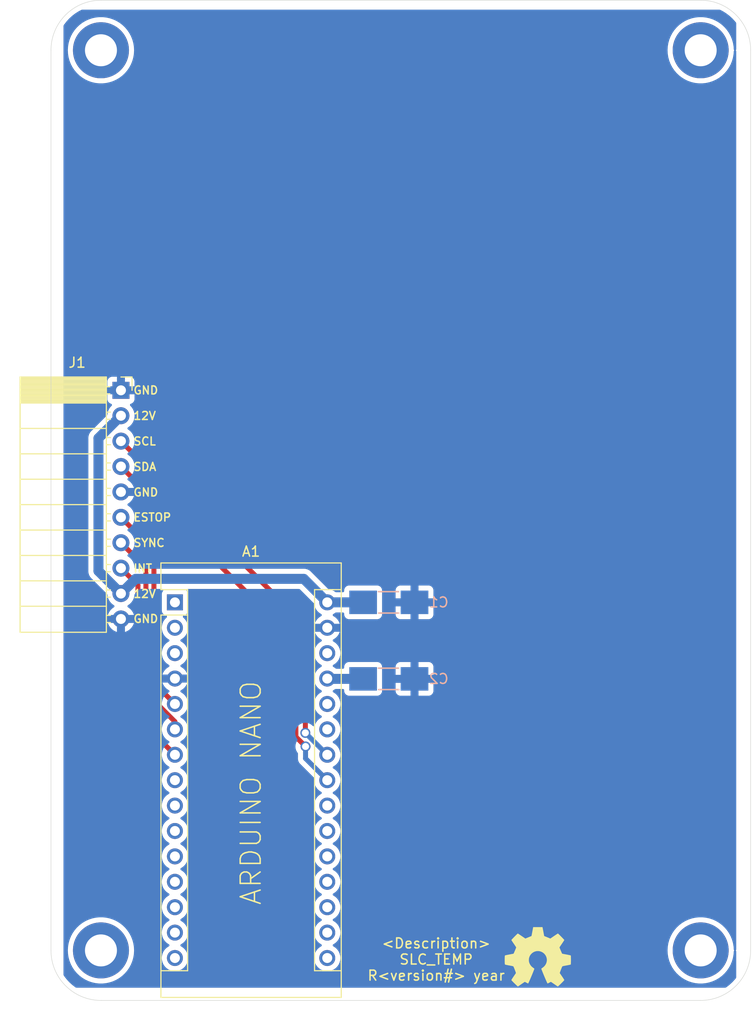
<source format=kicad_pcb>
(kicad_pcb (version 20211014) (generator pcbnew)
  (layers (0 "F.Cu" signal) (31 "B.Cu" signal) (34 "B.Paste" user) (35 "F.Paste" user) (36 "B.SilkS" user "B.Silkscreen") (37 "F.SilkS" user "F.Silkscreen") (38 "B.Mask" user) (39 "F.Mask" user) (44 "Edge.Cuts" user))
  (net 0 "")
  (net 2 "GND")
  (net 4 "+5V")
  (net 5 "/I2C_CLK")
  (net 6 "/I2C_DAT")
  (net 7 "/SYNC")
  (net 8 "/E_STOP")
  (net 14 "+12V")
  (net 15 "/INT")
  (net 16 "/A1")
  (net 17 "/B1")
  (net 18 "/A2")
  (net 19 "/B2")
  (net 20 "/BR1")
  (net 21 "/BR2")
  (net 22 "/CSEN1")
  (net 23 "/DIR1")
  (net 24 "/CSEN2")
  (net 25 "/DIR2")
  (net 26 "/MC1")
  (net 27 "/MC2")
  (net 28 "/THRM1")
  (net 29 "/THRM2")
  (footprint "MountingHole:MountingHole_3.2mm_M3_DIN965_Pad" (layer "F.Cu") (at 127.6 44.8)
    (fp_text reference "H1" hide)
    (fp_text value "MountingHole")
    (pad "1" thru_hole circle locked (at 0 0) (size 5.6 5.6) (drill 3.2) (layers *.Cu *.Mask))
  )
  (footprint "MountingHole:MountingHole_3.2mm_M3_DIN965_Pad" (layer "F.Cu") (at 187.6 44.8)
    (fp_text reference "H2" hide)
    (fp_text value "MountingHole")
    (pad "1" thru_hole circle locked (at 0 0) (size 5.6 5.6) (drill 3.2) (layers *.Cu *.Mask))
  )
  (footprint "MountingHole:MountingHole_3.2mm_M3_DIN965_Pad" (layer "F.Cu") (at 127.6 134.8)
    (fp_text reference "H3" hide)
    (fp_text value "MountingHole")
    (pad "1" thru_hole circle locked (at 0 0) (size 5.6 5.6) (drill 3.2) (layers *.Cu *.Mask))
  )
  (footprint "MountingHole:MountingHole_3.2mm_M3_DIN965_Pad" (layer "F.Cu") (at 187.6 134.8)
    (fp_text reference "H4" hide)
    (fp_text value "MountingHole")
    (pad "1" thru_hole circle locked (at 0 0) (size 5.6 5.6) (drill 3.2) (layers *.Cu *.Mask))
  )
  (footprint "Module:Arduino_Nano" (layer "F.Cu") (at 135 100)
    (fp_text reference "A1" (at 7.62 -5.08) (layer "F.SilkS"))
    (fp_text value "Arduino_Nano_v3.x")
    (fp_line (start 13.97 -1.27) (end 16.64 -1.27) (layer "F.SilkS") (width 0.12))
    (fp_line (start 1.27 -1.27) (end -1.4 -1.27) (layer "F.SilkS") (width 0.12))
    (fp_line (start 1.27 36.83) (end -1.4 36.83) (layer "F.SilkS") (width 0.12))
    (fp_line (start 16.64 39.5) (end 16.64 -3.94) (layer "F.SilkS") (width 0.12))
    (fp_line (start -1.4 1.27) (end -1.4 39.5) (layer "F.SilkS") (width 0.12))
    (fp_line (start 1.27 1.27) (end 1.27 36.83) (layer "F.SilkS") (width 0.12))
    (fp_line (start 13.97 -1.27) (end 13.97 36.83) (layer "F.SilkS") (width 0.12))
    (fp_line (start -1.4 39.5) (end 16.64 39.5) (layer "F.SilkS") (width 0.12))
    (fp_line (start 13.97 36.83) (end 16.64 36.83) (layer "F.SilkS") (width 0.12))
    (fp_line (start 1.27 1.27) (end -1.4 1.27) (layer "F.SilkS") (width 0.12))
    (fp_line (start 1.27 1.27) (end 1.27 -1.27) (layer "F.SilkS") (width 0.12))
    (fp_line (start -1.4 -3.94) (end -1.4 -1.27) (layer "F.SilkS") (width 0.12))
    (fp_line (start 16.64 -3.94) (end -1.4 -3.94) (layer "F.SilkS") (width 0.12))
    (pad "1" thru_hole rect locked (at 0 0) (size 1.6 1.6) (drill 1) (layers *.Cu *.Mask))
    (pad "2" thru_hole oval locked (at 0 2.54) (size 1.6 1.6) (drill 1) (layers *.Cu *.Mask))
    (pad "3" thru_hole oval locked (at 0 5.08) (size 1.6 1.6) (drill 1) (layers *.Cu *.Mask))
    (pad "4" thru_hole oval locked (at 0 7.62) (size 1.6 1.6) (drill 1) (layers *.Cu *.Mask) (net 2 "GND"))
    (pad "5" thru_hole oval locked (at 0 10.16) (size 1.6 1.6) (drill 1) (layers *.Cu *.Mask) (net 8 "/E_STOP"))
    (pad "6" thru_hole oval locked (at 0 12.7) (size 1.6 1.6) (drill 1) (layers *.Cu *.Mask) (net 15 "/INT"))
    (pad "7" thru_hole oval locked (at 0 15.24) (size 1.6 1.6) (drill 1) (layers *.Cu *.Mask) (net 7 "/SYNC"))
    (pad "8" thru_hole oval locked (at 0 17.78) (size 1.6 1.6) (drill 1) (layers *.Cu *.Mask) (net 25 "/DIR2"))
    (pad "9" thru_hole oval locked (at 0 20.32) (size 1.6 1.6) (drill 1) (layers *.Cu *.Mask) (net 27 "/MC2"))
    (pad "10" thru_hole oval locked (at 0 22.86) (size 1.6 1.6) (drill 1) (layers *.Cu *.Mask) (net 21 "/BR2"))
    (pad "11" thru_hole oval locked (at 0 25.4) (size 1.6 1.6) (drill 1) (layers *.Cu *.Mask) (net 29 "/THRM2"))
    (pad "12" thru_hole oval locked (at 0 27.94) (size 1.6 1.6) (drill 1) (layers *.Cu *.Mask) (net 23 "/DIR1"))
    (pad "13" thru_hole oval locked (at 0 30.48) (size 1.6 1.6) (drill 1) (layers *.Cu *.Mask) (net 26 "/MC1"))
    (pad "14" thru_hole oval locked (at 0 33.02) (size 1.6 1.6) (drill 1) (layers *.Cu *.Mask) (net 20 "/BR1"))
    (pad "15" thru_hole oval locked (at 0 35.56) (size 1.6 1.6) (drill 1) (layers *.Cu *.Mask) (net 28 "/THRM1"))
    (pad "16" thru_hole oval locked (at 15.24 35.56) (size 1.6 1.6) (drill 1) (layers *.Cu *.Mask))
    (pad "17" thru_hole oval locked (at 15.24 33.02) (size 1.6 1.6) (drill 1) (layers *.Cu *.Mask))
    (pad "18" thru_hole oval locked (at 15.24 30.48) (size 1.6 1.6) (drill 1) (layers *.Cu *.Mask))
    (pad "19" thru_hole oval locked (at 15.24 27.94) (size 1.6 1.6) (drill 1) (layers *.Cu *.Mask) (net 16 "/A1"))
    (pad "20" thru_hole oval locked (at 15.24 25.4) (size 1.6 1.6) (drill 1) (layers *.Cu *.Mask) (net 17 "/B1"))
    (pad "21" thru_hole oval locked (at 15.24 22.86) (size 1.6 1.6) (drill 1) (layers *.Cu *.Mask) (net 18 "/A2"))
    (pad "22" thru_hole oval locked (at 15.24 20.32) (size 1.6 1.6) (drill 1) (layers *.Cu *.Mask) (net 19 "/B2"))
    (pad "23" thru_hole oval locked (at 15.24 17.78) (size 1.6 1.6) (drill 1) (layers *.Cu *.Mask) (net 6 "/I2C_DAT"))
    (pad "24" thru_hole oval locked (at 15.24 15.24) (size 1.6 1.6) (drill 1) (layers *.Cu *.Mask) (net 5 "/I2C_CLK"))
    (pad "25" thru_hole oval locked (at 15.24 12.7) (size 1.6 1.6) (drill 1) (layers *.Cu *.Mask) (net 22 "/CSEN1"))
    (pad "26" thru_hole oval locked (at 15.24 10.16) (size 1.6 1.6) (drill 1) (layers *.Cu *.Mask) (net 24 "/CSEN2"))
    (pad "27" thru_hole oval locked (at 15.24 7.62) (size 1.6 1.6) (drill 1) (layers *.Cu *.Mask) (net 4 "+5V"))
    (pad "28" thru_hole oval locked (at 15.24 5.08) (size 1.6 1.6) (drill 1) (layers *.Cu *.Mask))
    (pad "29" thru_hole oval locked (at 15.24 2.54) (size 1.6 1.6) (drill 1) (layers *.Cu *.Mask) (net 2 "GND"))
    (pad "30" thru_hole oval locked (at 15.24 0) (size 1.6 1.6) (drill 1) (layers *.Cu *.Mask) (net 14 "+12V"))
  )
  (footprint "Connector_PinSocket_2.54mm:PinSocket_1x10_P2.54mm_Horizontal" (layer "F.Cu") (at 129.6 78.8)
    (fp_text reference "J1" (at -4.38 -2.77) (layer "F.SilkS"))
    (fp_text value "Conn_01x10_Female")
    (fp_line (start -10.09 0.089045) (end -1.46 0.089045) (layer "F.SilkS") (width 0.12))
    (fp_line (start -10.09 -0.855715) (end -1.46 -0.855715) (layer "F.SilkS") (width 0.12))
    (fp_line (start -1.46 7.98) (end -1.05 7.98) (layer "F.SilkS") (width 0.12))
    (fp_line (start -10.09 -0.50143) (end -1.46 -0.50143) (layer "F.SilkS") (width 0.12))
    (fp_line (start -10.09 8.89) (end -1.46 8.89) (layer "F.SilkS") (width 0.12))
    (fp_line (start -1.46 17.42) (end -1.05 17.42) (layer "F.SilkS") (width 0.12))
    (fp_line (start -10.09 1.27) (end -1.46 1.27) (layer "F.SilkS") (width 0.12))
    (fp_line (start -1.46 -1.33) (end -1.46 24.19) (layer "F.SilkS") (width 0.12))
    (fp_line (start -1.46 10.52) (end -1.05 10.52) (layer "F.SilkS") (width 0.12))
    (fp_line (start -1.46 5.44) (end -1.05 5.44) (layer "F.SilkS") (width 0.12))
    (fp_line (start -1.46 18.14) (end -1.05 18.14) (layer "F.SilkS") (width 0.12))
    (fp_line (start -10.09 0.20714) (end -1.46 0.20714) (layer "F.SilkS") (width 0.12))
    (fp_line (start -10.09 -1.21) (end -1.46 -1.21) (layer "F.SilkS") (width 0.12))
    (fp_line (start -1.46 23.22) (end -1.05 23.22) (layer "F.SilkS") (width 0.12))
    (fp_line (start -10.09 13.97) (end -1.46 13.97) (layer "F.SilkS") (width 0.12))
    (fp_line (start -10.09 11.43) (end -1.46 11.43) (layer "F.SilkS") (width 0.12))
    (fp_line (start -10.09 21.59) (end -1.46 21.59) (layer "F.SilkS") (width 0.12))
    (fp_line (start -1.46 22.5) (end -1.05 22.5) (layer "F.SilkS") (width 0.12))
    (fp_line (start -1.46 9.8) (end -1.05 9.8) (layer "F.SilkS") (width 0.12))
    (fp_line (start -1.46 19.96) (end -1.05 19.96) (layer "F.SilkS") (width 0.12))
    (fp_line (start -1.46 0.36) (end -1.11 0.36) (layer "F.SilkS") (width 0.12))
    (fp_line (start -10.09 0.67952) (end -1.46 0.67952) (layer "F.SilkS") (width 0.12))
    (fp_line (start -10.09 -0.383335) (end -1.46 -0.383335) (layer "F.SilkS") (width 0.12))
    (fp_line (start -10.09 -0.619525) (end -1.46 -0.619525) (layer "F.SilkS") (width 0.12))
    (fp_line (start -10.09 0.91571) (end -1.46 0.91571) (layer "F.SilkS") (width 0.12))
    (fp_line (start -10.09 -0.97381) (end -1.46 -0.97381) (layer "F.SilkS") (width 0.12))
    (fp_line (start -10.09 6.35) (end -1.46 6.35) (layer "F.SilkS") (width 0.12))
    (fp_line (start -10.09 19.05) (end -1.46 19.05) (layer "F.SilkS") (width 0.12))
    (fp_line (start -1.46 -0.36) (end -1.11 -0.36) (layer "F.SilkS") (width 0.12))
    (fp_line (start -10.09 24.19) (end -1.46 24.19) (layer "F.SilkS") (width 0.12))
    (fp_line (start -10.09 1.1519) (end -1.46 1.1519) (layer "F.SilkS") (width 0.12))
    (fp_line (start -1.46 2.18) (end -1.05 2.18) (layer "F.SilkS") (width 0.12))
    (fp_line (start -10.09 -0.147145) (end -1.46 -0.147145) (layer "F.SilkS") (width 0.12))
    (fp_line (start -1.46 12.34) (end -1.05 12.34) (layer "F.SilkS") (width 0.12))
    (fp_line (start 1.11 -1.33) (end 1.11 0) (layer "F.SilkS") (width 0.12))
    (fp_line (start -10.09 0.797615) (end -1.46 0.797615) (layer "F.SilkS") (width 0.12))
    (fp_line (start -10.09 -0.73762) (end -1.46 -0.73762) (layer "F.SilkS") (width 0.12))
    (fp_line (start -1.46 20.68) (end -1.05 20.68) (layer "F.SilkS") (width 0.12))
    (fp_line (start -10.09 3.81) (end -1.46 3.81) (layer "F.SilkS") (width 0.12))
    (fp_line (start -10.09 0.44333) (end -1.46 0.44333) (layer "F.SilkS") (width 0.12))
    (fp_line (start -10.09 0.325235) (end -1.46 0.325235) (layer "F.SilkS") (width 0.12))
    (fp_line (start -1.46 13.06) (end -1.05 13.06) (layer "F.SilkS") (width 0.12))
    (fp_line (start -10.09 -1.33) (end -1.46 -1.33) (layer "F.SilkS") (width 0.12))
    (fp_line (start -10.09 1.033805) (end -1.46 1.033805) (layer "F.SilkS") (width 0.12))
    (fp_line (start -10.09 -1.33) (end -10.09 24.19) (layer "F.SilkS") (width 0.12))
    (fp_line (start -1.46 15.6) (end -1.05 15.6) (layer "F.SilkS") (width 0.12))
    (fp_line (start -10.09 0.561425) (end -1.46 0.561425) (layer "F.SilkS") (width 0.12))
    (fp_line (start -1.46 7.26) (end -1.05 7.26) (layer "F.SilkS") (width 0.12))
    (fp_line (start -10.09 16.51) (end -1.46 16.51) (layer "F.SilkS") (width 0.12))
    (fp_line (start -10.09 -1.091905) (end -1.46 -1.091905) (layer "F.SilkS") (width 0.12))
    (fp_line (start -10.09 -0.02905) (end -1.46 -0.02905) (layer "F.SilkS") (width 0.12))
    (fp_line (start -1.46 2.9) (end -1.05 2.9) (layer "F.SilkS") (width 0.12))
    (fp_line (start 0 -1.33) (end 1.11 -1.33) (layer "F.SilkS") (width 0.12))
    (fp_line (start -1.46 14.88) (end -1.05 14.88) (layer "F.SilkS") (width 0.12))
    (fp_line (start -10.09 -0.26524) (end -1.46 -0.26524) (layer "F.SilkS") (width 0.12))
    (fp_line (start -1.46 4.72) (end -1.05 4.72) (layer "F.SilkS") (width 0.12))
    (pad "1" thru_hole rect locked (at 0 0) (size 1.7 1.7) (drill 1) (layers *.Cu *.Mask) (net 2 "GND"))
    (pad "2" thru_hole oval locked (at 0 2.54) (size 1.7 1.7) (drill 1) (layers *.Cu *.Mask) (net 14 "+12V"))
    (pad "3" thru_hole oval locked (at 0 5.08) (size 1.7 1.7) (drill 1) (layers *.Cu *.Mask) (net 5 "/I2C_CLK"))
    (pad "4" thru_hole oval locked (at 0 7.62) (size 1.7 1.7) (drill 1) (layers *.Cu *.Mask) (net 6 "/I2C_DAT"))
    (pad "5" thru_hole oval locked (at 0 10.16) (size 1.7 1.7) (drill 1) (layers *.Cu *.Mask) (net 2 "GND"))
    (pad "6" thru_hole oval locked (at 0 12.7) (size 1.7 1.7) (drill 1) (layers *.Cu *.Mask) (net 8 "/E_STOP"))
    (pad "7" thru_hole oval locked (at 0 15.24) (size 1.7 1.7) (drill 1) (layers *.Cu *.Mask) (net 15 "/INT"))
    (pad "8" thru_hole oval locked (at 0 17.78) (size 1.7 1.7) (drill 1) (layers *.Cu *.Mask) (net 7 "/SYNC"))
    (pad "9" thru_hole oval locked (at 0 20.32) (size 1.7 1.7) (drill 1) (layers *.Cu *.Mask) (net 14 "+12V"))
    (pad "10" thru_hole oval locked (at 0 22.86) (size 1.7 1.7) (drill 1) (layers *.Cu *.Mask) (net 2 "GND"))
  )
  (footprint "Symbol:OSHW-Symbol_6.7x6mm_SilkScreen" (layer "F.Cu") (at 171.3 135.45)
    (fp_text reference "Logo1" hide)
    (fp_text value "Logo_Open_Hardware_Small" hide)
    (fp_poly (pts (xy 0.555814 -2.531069) (xy 0.639635 -2.086445) (xy 0.94892 -1.958947) (xy 1.258206 -1.831449) (xy 1.629246 -2.083754) (xy 1.733157 -2.154004) (xy 1.827087 -2.216728) (xy 1.906652 -2.269062) (xy 1.96747 -2.308143) (xy 2.005157 -2.331107) (xy 2.015421 -2.336058) (xy 2.03391 -2.323324) (xy 2.07342 -2.288118) (xy 2.129522 -2.234938) (xy 2.197787 -2.168282) (xy 2.273786 -2.092646) (xy 2.353092 -2.012528) (xy 2.431275 -1.932426) (xy 2.503907 -1.856836) (xy 2.566559 -1.790255) (xy 2.614803 -1.737182) (xy 2.64421 -1.702113) (xy 2.651241 -1.690377) (xy 2.641123 -1.66874) (xy 2.612759 -1.621338) (xy 2.569129 -1.552807) (xy 2.513218 -1.467785) (xy 2.448006 -1.370907) (xy 2.410219 -1.31565) (xy 2.341343 -1.214752) (xy 2.28014 -1.123701) (xy 2.229578 -1.04703) (xy 2.192628 -0.989272) (xy 2.172258 -0.954957) (xy 2.169197 -0.947746) (xy 2.176136 -0.927252) (xy 2.195051 -0.879487) (xy 2.223087 -0.811168) (xy 2.257391 -0.729011) (xy 2.295109 -0.63973) (xy 2.333387 -0.550042) (xy 2.36937 -0.466662) (xy 2.400206 -0.396306) (xy 2.423039 -0.34569) (xy 2.435017 -0.321529) (xy 2.435724 -0.320578) (xy 2.454531 -0.315964) (xy 2.504618 -0.305672) (xy 2.580793 -0.290713) (xy 2.677865 -0.272099) (xy 2.790643 -0.250841) (xy 2.856442 -0.238582) (xy 2.97695 -0.215638) (xy 3.085797 -0.193805) (xy 3.177476 -0.174278) (xy 3.246481 -0.158252) (xy 3.287304 -0.146921) (xy 3.295511 -0.143326) (xy 3.303548 -0.118994) (xy 3.310033 -0.064041) (xy 3.31497 0.015108) (xy 3.318364 0.112026) (xy 3.320218 0.220287) (xy 3.320538 0.333465) (xy 3.319327 0.445135) (xy 3.31659 0.548868) (xy 3.312331 0.638241) (xy 3.306555 0.706826) (xy 3.299267 0.748197) (xy 3.294895 0.75681) (xy 3.268764 0.767133) (xy 3.213393 0.781892) (xy 3.136107 0.799352) (xy 3.04423 0.81778) (xy 3.012158 0.823741) (xy 2.857524 0.852066) (xy 2.735375 0.874876) (xy 2.641673 0.89308) (xy 2.572384 0.907583) (xy 2.523471 0.919292) (xy 2.490897 0.929115) (xy 2.470628 0.937956) (xy 2.458626 0.946724) (xy 2.456947 0.948457) (xy 2.440184 0.976371) (xy 2.414614 1.030695) (xy 2.382788 1.104777) (xy 2.34726 1.191965) (xy 2.310583 1.285608) (xy 2.275311 1.379052) (xy 2.243996 1.465647) (xy 2.219193 1.53874) (xy 2.203454 1.591678) (xy 2.199332 1.617811) (xy 2.199676 1.618726) (xy 2.213641 1.640086) (xy 2.245322 1.687084) (xy 2.291391 1.754827) (xy 2.348518 1.838423) (xy 2.413373 1.932982) (xy 2.431843 1.959854) (xy 2.497699 2.057275) (xy 2.55565 2.146163) (xy 2.602538 2.221412) (xy 2.635207 2.27792) (xy 2.6505 2.310581) (xy 2.651241 2.314593) (xy 2.638392 2.335684) (xy 2.602888 2.377464) (xy 2.549293 2.435445) (xy 2.482171 2.505135) (xy 2.406087 2.582045) (xy 2.325604 2.661683) (xy 2.245287 2.739561) (xy 2.169699 2.811186) (xy 2.103405 2.87207) (xy 2.050969 2.917721) (xy 2.016955 2.94365) (xy 2.007545 2.947883) (xy 1.985643 2.937912) (xy 1.9408 2.91102) (xy 1.880321 2.871736) (xy 1.833789 2.840117) (xy 1.749475 2.782098) (xy 1.649626 2.713784) (xy 1.549473 2.645579) (xy 1.495627 2.609075) (xy 1.313371 2.4858) (xy 1.160381 2.56852) (xy 1.090682 2.604759) (xy 1.031414 2.632926) (xy 0.991311 2.648991) (xy 0.981103 2.651226) (xy 0.968829 2.634722) (xy 0.944613 2.588082) (xy 0.910263 2.515609) (xy 0.867588 2.421606) (xy 0.818394 2.310374) (xy 0.76449 2.186215) (xy 0.707684 2.053432) (xy 0.649782 1.916327) (xy 0.592593 1.779202) (xy 0.537924 1.646358) (xy 0.487584 1.522098) (xy 0.44338 1.410725) (xy 0.407119 1.316539) (xy 0.380609 1.243844) (xy 0.365658 1.196941) (xy 0.363254 1.180833) (xy 0.382311 1.160286) (xy 0.424036 1.126933) (xy 0.479706 1.087702) (xy 0.484378 1.084599) (xy 0.628264 0.969423) (xy 0.744283 0.835053) (xy 0.83143 0.685784) (xy 0.888699 0.525913) (xy 0.915086 0.359737) (xy 0.909585 0.191552) (xy 0.87119 0.025655) (xy 0.798895 -0.133658) (xy 0.777626 -0.168513) (xy 0.666996 -0.309263) (xy 0.536302 -0.422286) (xy 0.390064 -0.506997) (xy 0.232808 -0.562806) (xy 0.069057 -0.589126) (xy -0.096667 -0.58537) (xy -0.259838 -0.55095) (xy -0.415935 -0.485277) (xy -0.560433 -0.387765) (xy -0.605131 -0.348187) (xy -0.718888 -0.224297) (xy -0.801782 -0.093876) (xy -0.858644 0.052315) (xy -0.890313 0.197088) (xy -0.898131 0.35986) (xy -0.872062 0.52344) (xy -0.814755 0.682298) (xy -0.728856 0.830906) (xy -0.617014 0.963735) (xy -0.481877 1.075256) (xy -0.464117 1.087011) (xy -0.40785 1.125508) (xy -0.365077 1.158863) (xy -0.344628 1.18016) (xy -0.344331 1.180833) (xy -0.348721 1.203871) (xy -0.366124 1.256157) (xy -0.394732 1.33339) (xy -0.432735 1.431268) (xy -0.478326 1.545491) (xy -0.529697 1.671758) (xy -0.585038 1.805767) (xy -0.642542 1.943218) (xy -0.700399 2.079808) (xy -0.756802 2.211237) (xy -0.809942 2.333205) (xy -0.85801 2.441409) (xy -0.899199 2.531549) (xy -0.931699 2.599323) (xy -0.953703 2.64043) (xy -0.962564 2.651226) (xy -0.98964 2.642819) (xy -1.040303 2.620272) (xy -1.105817 2.587613) (xy -1.141841 2.56852) (xy -1.294832 2.4858) (xy -1.477088 2.609075) (xy -1.570125 2.672228) (xy -1.671985 2.741727) (xy -1.767438 2.807165) (xy -1.81525 2.840117) (xy -1.882495 2.885273) (xy -1.939436 2.921057) (xy -1.978646 2.942938) (xy -1.991381 2.947563) (xy -2.009917 2.935085) (xy -2.050941 2.900252) (xy -2.110475 2.846678) (xy -2.184542 2.777983) (xy -2.269165 2.697781) (xy -2.322685 2.646286) (xy -2.416319 2.554286) (xy -2.497241 2.471999) (xy -2.562177 2.402945) (xy -2.607858 2.350644) (xy -2.631011 2.318616) (xy -2.633232 2.312116) (xy -2.622924 2.287394) (xy -2.594439 2.237405) (xy -2.550937 2.167212) (xy -2.495577 2.081875) (xy -2.43152 1.986456) (xy -2.413303 1.959854) (xy -2.346927 1.863167) (xy -2.287378 1.776117) (xy -2.237984 1.703595) (xy -2.202075 1.650493) (xy -2.182981 1.621703) (xy -2.181136 1.618726) (xy -2.183895 1.595782) (xy -2.198538 1.545336) (xy -2.222513 1.474041) (xy -2.253266 1.388547) (xy -2.288244 1.295507) (xy -2.324893 1.201574) (xy -2.360661 1.113399) (xy -2.392994 1.037634) (xy -2.419338 0.980931) (xy -2.437142 0.949943) (xy -2.438407 0.948457) (xy -2.449294 0.939601) (xy -2.467682 0.930843) (xy -2.497606 0.921277) (xy -2.543103 0.909996) (xy -2.608209 0.896093) (xy -2.696961 0.878663) (xy -2.813393 0.856798) (xy -2.961542 0.829591) (xy -2.993618 0.823741) (xy -3.088686 0.805374) (xy -3.171565 0.787405) (xy -3.23493 0.771569) (xy -3.271458 0.7596) (xy -3.276356 0.75681) (xy -3.284427 0.732072) (xy -3.290987 0.67679) (xy -3.296033 0.597389) (xy -3.299559 0.500296) (xy -3.301561 0.391938) (xy -3.302036 0.27874) (xy -3.300977 0.167128) (xy -3.298382 0.063529) (xy -3.294246 -0.025632) (xy -3.288563 -0.093928) (xy -3.281331 -0.134934) (xy -3.276971 -0.143326) (xy -3.252698 -0.151792) (xy -3.197426 -0.165565) (xy -3.116662 -0.18345) (xy -3.015912 -0.204252) (xy -2.900683 -0.226777) (xy -2.837902 -0.238582) (xy -2.718787 -0.260849) (xy -2.612565 -0.281021) (xy -2.524427 -0.298085) (xy -2.459566 -0.311031) (xy -2.423174 -0.318845) (xy -2.417184 -0.320578) (xy -2.407061 -0.34011) (xy -2.385662 -0.387157) (xy -2.355839 -0.454997) (xy -2.320445 -0.536909) (xy -2.282332 -0.626172) (xy -2.244353 -0.716065) (xy -2.20936 -0.799865) (xy -2.180206 -0.870853) (xy -2.159743 -0.922306) (xy -2.150823 -0.947503) (xy -2.150657 -0.948604) (xy -2.160769 -0.968481) (xy -2.189117 -1.014223) (xy -2.232723 -1.081283) (xy -2.288606 -1.165116) (xy -2.353787 -1.261174) (xy -2.391679 -1.31635) (xy -2.460725 -1.417519) (xy -2.52205 -1.50937) (xy -2.572663 -1.587256) (xy -2.609571 -1.646531) (xy -2.629782 -1.682549) (xy -2.632701 -1.690623) (xy -2.620153 -1.709416) (xy -2.585463 -1.749543) (xy -2.533063 -1.806507) (xy -2.467384 -1.875815) (xy -2.392856 -1.952969) (xy -2.313913 -2.033475) (xy -2.234983 -2.112837) (xy -2.1605 -2.18656) (xy -2.094894 -2.250148) (xy -2.042596 -2.299106) (xy -2.008039 -2.328939) (xy -1.996478 -2.336058) (xy -1.977654 -2.326047) (xy -1.932631 -2.297922) (xy -1.865787 -2.254546) (xy -1.781499 -2.198782) (xy -1.684144 -2.133494) (xy -1.610707 -2.083754) (xy -1.239667 -1.831449) (xy -0.621095 -2.086445) (xy -0.537275 -2.531069) (xy -0.453454 -2.975693) (xy 0.471994 -2.975693) (xy 0.555814 -2.531069)) (layer "F.SilkS") (width 0.01) (fill solid))
  )
  (footprint "OCI_UPL_FOOTPRINTS:C_2312" (layer "B.Cu") (at 156.4 107.65)
    (fp_text reference "C2" (at 5 0) (layer "B.SilkS") (effects (justify mirror)))
    (fp_text value "10uF_t")
    (fp_line (start 0.97 -1.07) (end -1.04 -1.07) (layer "B.SilkS") (width 0.15))
    (fp_line (start 1 1.07) (end -1.01 1.07) (layer "B.SilkS") (width 0.15))
    (pad "1" smd rect locked (at -2.57 0) (size 2.77 2.35) (layers "B.Cu" "B.Paste" "B.Mask") (net 4 "+5V"))
    (pad "2" smd rect locked (at 2.57 0) (size 2.77 2.35) (layers "B.Cu" "B.Paste" "B.Mask") (net 2 "GND"))
  )
  (footprint "OCI_UPL_FOOTPRINTS:C_2312" (layer "B.Cu") (at 156.4 100)
    (fp_text reference "C1" (at 5 0) (layer "B.SilkS") (effects (justify mirror)))
    (fp_text value "10uF_t")
    (fp_line (start 1 1.07) (end -1.01 1.07) (layer "B.SilkS") (width 0.15))
    (fp_line (start 0.97 -1.07) (end -1.04 -1.07) (layer "B.SilkS") (width 0.15))
    (pad "1" smd rect locked (at -2.57 0) (size 2.77 2.35) (layers "B.Cu" "B.Paste" "B.Mask") (net 14 "+12V"))
    (pad "2" smd rect locked (at 2.57 0) (size 2.77 2.35) (layers "B.Cu" "B.Paste" "B.Mask") (net 2 "GND"))
  )
  (gr_line locked (start 192.6 44.8) (end 192.6 134.8) (layer "Edge.Cuts") (width 0.05))
  (gr_arc locked (start 187.6 39.8) (mid 191.135534 41.264466) (end 192.6 44.8) (layer "Edge.Cuts") (width 0.05))
  (gr_line locked (start 122.6 134.8) (end 122.6 44.8) (layer "Edge.Cuts") (width 0.05))
  (gr_line locked (start 127.6 139.8) (end 187.6 139.8) (layer "Edge.Cuts") (width 0.05))
  (gr_arc locked (start 127.6 139.8) (mid 124.064466 138.335534) (end 122.6 134.8) (layer "Edge.Cuts") (width 0.05))
  (gr_line locked (start 127.6 39.8) (end 187.6 39.8) (layer "Edge.Cuts") (width 0.05))
  (gr_arc locked (start 192.6 134.8) (mid 191.135534 138.335534) (end 187.6 139.8) (layer "Edge.Cuts") (width 0.05))
  (gr_arc locked (start 122.6 44.8) (mid 124.064466 41.264466) (end 127.6 39.8) (layer "Edge.Cuts") (width 0.05))
  (gr_text "12V" (at 131.975715 81.35) (layer "F.SilkS") (effects (font (size 0.8 0.8))))
  (gr_text "12V" (at 131.975715 99.15) (layer "F.SilkS") (effects (font (size 0.8 0.8))))
  (gr_text "GND" (at 132.09 89) (layer "F.SilkS") (effects (font (size 0.8 0.8))))
  (gr_text "<Description>\nSLC_TEMP\nR<version#> year" (at 161.14 135.704) (layer "F.SilkS") (effects (font (size 1 1))))
  (gr_text "ARDUINO NANO" (at 142.61 119.05 90) (layer "F.SilkS") (effects (font (size 2 2))))
  (gr_text "SCL" (at 131.975715 83.9) (layer "F.SilkS") (effects (font (size 0.8 0.8))))
  (gr_text "GND" (at 132.09 101.65) (layer "F.SilkS") (effects (font (size 0.8 0.8))))
  (gr_text "GND" (at 132.09 78.8) (layer "F.SilkS") (effects (font (size 0.8 0.8))))
  (gr_text "ESTOP" (at 132.737619 91.5) (layer "F.SilkS") (effects (font (size 0.8 0.8))))
  (gr_text "SDA" (at 131.994762 86.45) (layer "F.SilkS") (effects (font (size 0.8 0.8))))
  (gr_text "SYNC" (at 132.41381 94.05) (layer "F.SilkS") (effects (font (size 0.8 0.8))))
  (gr_text "INT" (at 131.785238 96.6) (layer "F.SilkS") (effects (font (size 0.8 0.8))))
  (segment locked (start 153.83 107.65) (end 150.27 107.65) (width 1) (layer "B.Cu") (net 4))
  (segment locked (start 150.27 107.65) (end 150.24 107.62) (width 1) (layer "B.Cu") (net 4))
  (segment locked (start 148.05 113.05) (end 148.05 102.33) (width 0.5) (layer "F.Cu") (net 5))
  (segment locked (start 148.05 102.33) (end 129.6 83.88) (width 0.5) (layer "F.Cu") (net 5))
  (via locked (at 148.05 113.05) (size 1) (drill 0.7) (layers "F.Cu" "B.Cu") (net 5))
  (segment locked (start 150.24 115.24) (end 148.05 113.05) (width 0.5) (layer "B.Cu") (net 5))
  (segment locked (start 148.068791 114.411588) (end 147.1 113.442797) (width 0.5) (layer "F.Cu") (net 6))
  (segment locked (start 147.1 103.92) (end 129.6 86.42) (width 0.5) (layer "F.Cu") (net 6))
  (segment locked (start 147.1 113.442797) (end 147.1 103.92) (width 0.5) (layer "F.Cu") (net 6))
  (via locked (at 148.068791 114.411588) (size 1) (drill 0.7) (layers "F.Cu" "B.Cu") (net 6))
  (segment locked (start 148.068791 115.608791) (end 148.068791 114.411588) (width 0.5) (layer "B.Cu") (net 6))
  (segment locked (start 150.24 117.78) (end 148.068791 115.608791) (width 0.5) (layer "B.Cu") (net 6))
  (segment locked (start 131.30048 98.28048) (end 129.6 96.58) (width 0.5) (layer "F.Cu") (net 7))
  (segment locked (start 135 115.24) (end 131.30048 111.54048) (width 0.5) (layer "F.Cu") (net 7))
  (segment locked (start 131.30048 111.54048) (end 131.30048 98.28048) (width 0.5) (layer "F.Cu") (net 7))
  (segment locked (start 135 110.16) (end 132.9 108.06) (width 0.5) (layer "F.Cu") (net 8))
  (segment locked (start 132.9 108.06) (end 132.9 94.8) (width 0.5) (layer "F.Cu") (net 8))
  (segment locked (start 132.9 94.8) (end 129.6 91.5) (width 0.5) (layer "F.Cu") (net 8))
  (segment locked (start 131.07 97.65) (end 147.89 97.65) (width 1) (layer "B.Cu") (net 14))
  (segment locked (start 129.6 99.12) (end 131.07 97.65) (width 1) (layer "B.Cu") (net 14))
  (segment locked (start 147.89 97.65) (end 150.24 100) (width 1) (layer "B.Cu") (net 14))
  (segment locked (start 127.35 96.87) (end 129.6 99.12) (width 1) (layer "B.Cu") (net 14))
  (segment locked (start 153.83 100) (end 150.24 100) (width 1) (layer "B.Cu") (net 14))
  (segment locked (start 127.35 83.59) (end 127.35 96.87) (width 1) (layer "B.Cu") (net 14))
  (segment locked (start 129.6 81.34) (end 127.35 83.59) (width 1) (layer "B.Cu") (net 14))
  (segment locked (start 132.1 109.027076) (end 132.1 96.54) (width 0.5) (layer "F.Cu") (net 15))
  (segment locked (start 135 112.7) (end 135 111.927076) (width 0.5) (layer "F.Cu") (net 15))
  (segment locked (start 135 111.927076) (end 132.1 109.027076) (width 0.5) (layer "F.Cu") (net 15))
  (segment locked (start 132.1 96.54) (end 129.6 94.04) (width 0.5) (layer "F.Cu") (net 15))
  (zone locked (net 2) (net_name "GND") (layer "B.Cu") (connect_pads (clearance 0.508)) (min_thickness 0.254) (fill yes (thermal_gap 0.508) (thermal_bridge_width 0.8))
    (polygon (pts (xy 191.16 138.53) (xy 123.85 138.53) (xy 123.85 40.74) (xy 191.16 40.74)))
  )
)
</source>
